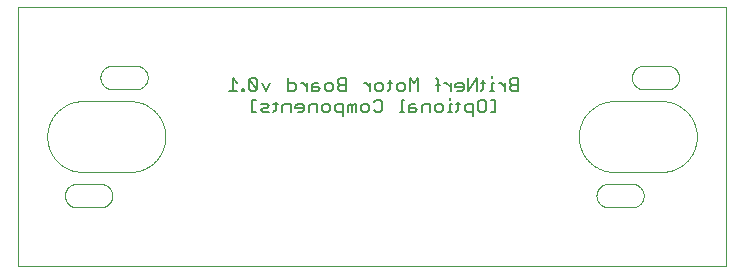
<source format=gbo>
G75*
%MOIN*%
%OFA0B0*%
%FSLAX25Y25*%
%IPPOS*%
%LPD*%
%AMOC8*
5,1,8,0,0,1.08239X$1,22.5*
%
%ADD10C,0.00000*%
%ADD11C,0.00600*%
D10*
X0003000Y0011696D02*
X0003000Y0098310D01*
X0239220Y0098310D01*
X0239220Y0011696D01*
X0003000Y0011696D01*
X0022685Y0031381D02*
X0030559Y0031381D01*
X0030683Y0031383D01*
X0030806Y0031389D01*
X0030930Y0031398D01*
X0031052Y0031412D01*
X0031175Y0031429D01*
X0031297Y0031451D01*
X0031418Y0031476D01*
X0031538Y0031505D01*
X0031657Y0031537D01*
X0031776Y0031574D01*
X0031893Y0031614D01*
X0032008Y0031657D01*
X0032123Y0031705D01*
X0032235Y0031756D01*
X0032346Y0031810D01*
X0032456Y0031868D01*
X0032563Y0031929D01*
X0032669Y0031994D01*
X0032772Y0032062D01*
X0032873Y0032133D01*
X0032972Y0032207D01*
X0033069Y0032284D01*
X0033163Y0032365D01*
X0033254Y0032448D01*
X0033343Y0032534D01*
X0033429Y0032623D01*
X0033512Y0032714D01*
X0033593Y0032808D01*
X0033670Y0032905D01*
X0033744Y0033004D01*
X0033815Y0033105D01*
X0033883Y0033208D01*
X0033948Y0033314D01*
X0034009Y0033421D01*
X0034067Y0033531D01*
X0034121Y0033642D01*
X0034172Y0033754D01*
X0034220Y0033869D01*
X0034263Y0033984D01*
X0034303Y0034101D01*
X0034340Y0034220D01*
X0034372Y0034339D01*
X0034401Y0034459D01*
X0034426Y0034580D01*
X0034448Y0034702D01*
X0034465Y0034825D01*
X0034479Y0034947D01*
X0034488Y0035071D01*
X0034494Y0035194D01*
X0034496Y0035318D01*
X0034494Y0035442D01*
X0034488Y0035565D01*
X0034479Y0035689D01*
X0034465Y0035811D01*
X0034448Y0035934D01*
X0034426Y0036056D01*
X0034401Y0036177D01*
X0034372Y0036297D01*
X0034340Y0036416D01*
X0034303Y0036535D01*
X0034263Y0036652D01*
X0034220Y0036767D01*
X0034172Y0036882D01*
X0034121Y0036994D01*
X0034067Y0037105D01*
X0034009Y0037215D01*
X0033948Y0037322D01*
X0033883Y0037428D01*
X0033815Y0037531D01*
X0033744Y0037632D01*
X0033670Y0037731D01*
X0033593Y0037828D01*
X0033512Y0037922D01*
X0033429Y0038013D01*
X0033343Y0038102D01*
X0033254Y0038188D01*
X0033163Y0038271D01*
X0033069Y0038352D01*
X0032972Y0038429D01*
X0032873Y0038503D01*
X0032772Y0038574D01*
X0032669Y0038642D01*
X0032563Y0038707D01*
X0032456Y0038768D01*
X0032346Y0038826D01*
X0032235Y0038880D01*
X0032123Y0038931D01*
X0032008Y0038979D01*
X0031893Y0039022D01*
X0031776Y0039062D01*
X0031657Y0039099D01*
X0031538Y0039131D01*
X0031418Y0039160D01*
X0031297Y0039185D01*
X0031175Y0039207D01*
X0031052Y0039224D01*
X0030930Y0039238D01*
X0030806Y0039247D01*
X0030683Y0039253D01*
X0030559Y0039255D01*
X0022685Y0039255D01*
X0022561Y0039253D01*
X0022438Y0039247D01*
X0022314Y0039238D01*
X0022192Y0039224D01*
X0022069Y0039207D01*
X0021947Y0039185D01*
X0021826Y0039160D01*
X0021706Y0039131D01*
X0021587Y0039099D01*
X0021468Y0039062D01*
X0021351Y0039022D01*
X0021236Y0038979D01*
X0021121Y0038931D01*
X0021009Y0038880D01*
X0020898Y0038826D01*
X0020788Y0038768D01*
X0020681Y0038707D01*
X0020575Y0038642D01*
X0020472Y0038574D01*
X0020371Y0038503D01*
X0020272Y0038429D01*
X0020175Y0038352D01*
X0020081Y0038271D01*
X0019990Y0038188D01*
X0019901Y0038102D01*
X0019815Y0038013D01*
X0019732Y0037922D01*
X0019651Y0037828D01*
X0019574Y0037731D01*
X0019500Y0037632D01*
X0019429Y0037531D01*
X0019361Y0037428D01*
X0019296Y0037322D01*
X0019235Y0037215D01*
X0019177Y0037105D01*
X0019123Y0036994D01*
X0019072Y0036882D01*
X0019024Y0036767D01*
X0018981Y0036652D01*
X0018941Y0036535D01*
X0018904Y0036416D01*
X0018872Y0036297D01*
X0018843Y0036177D01*
X0018818Y0036056D01*
X0018796Y0035934D01*
X0018779Y0035811D01*
X0018765Y0035689D01*
X0018756Y0035565D01*
X0018750Y0035442D01*
X0018748Y0035318D01*
X0018750Y0035194D01*
X0018756Y0035071D01*
X0018765Y0034947D01*
X0018779Y0034825D01*
X0018796Y0034702D01*
X0018818Y0034580D01*
X0018843Y0034459D01*
X0018872Y0034339D01*
X0018904Y0034220D01*
X0018941Y0034101D01*
X0018981Y0033984D01*
X0019024Y0033869D01*
X0019072Y0033754D01*
X0019123Y0033642D01*
X0019177Y0033531D01*
X0019235Y0033421D01*
X0019296Y0033314D01*
X0019361Y0033208D01*
X0019429Y0033105D01*
X0019500Y0033004D01*
X0019574Y0032905D01*
X0019651Y0032808D01*
X0019732Y0032714D01*
X0019815Y0032623D01*
X0019901Y0032534D01*
X0019990Y0032448D01*
X0020081Y0032365D01*
X0020175Y0032284D01*
X0020272Y0032207D01*
X0020371Y0032133D01*
X0020472Y0032062D01*
X0020575Y0031994D01*
X0020681Y0031929D01*
X0020788Y0031868D01*
X0020898Y0031810D01*
X0021009Y0031756D01*
X0021121Y0031705D01*
X0021236Y0031657D01*
X0021351Y0031614D01*
X0021468Y0031574D01*
X0021587Y0031537D01*
X0021706Y0031505D01*
X0021826Y0031476D01*
X0021947Y0031451D01*
X0022069Y0031429D01*
X0022192Y0031412D01*
X0022314Y0031398D01*
X0022438Y0031389D01*
X0022561Y0031383D01*
X0022685Y0031381D01*
X0024654Y0043192D02*
X0040402Y0043192D01*
X0040690Y0043196D01*
X0040977Y0043206D01*
X0041264Y0043224D01*
X0041551Y0043248D01*
X0041837Y0043279D01*
X0042122Y0043318D01*
X0042406Y0043363D01*
X0042689Y0043415D01*
X0042970Y0043475D01*
X0043250Y0043541D01*
X0043528Y0043613D01*
X0043805Y0043693D01*
X0044079Y0043779D01*
X0044351Y0043872D01*
X0044621Y0043971D01*
X0044889Y0044077D01*
X0045153Y0044190D01*
X0045415Y0044309D01*
X0045674Y0044434D01*
X0045930Y0044566D01*
X0046183Y0044703D01*
X0046432Y0044847D01*
X0046677Y0044997D01*
X0046919Y0045153D01*
X0047157Y0045314D01*
X0047391Y0045482D01*
X0047621Y0045655D01*
X0047846Y0045833D01*
X0048067Y0046017D01*
X0048284Y0046206D01*
X0048496Y0046401D01*
X0048703Y0046601D01*
X0048905Y0046805D01*
X0049102Y0047015D01*
X0049294Y0047229D01*
X0049480Y0047448D01*
X0049662Y0047671D01*
X0049838Y0047899D01*
X0050008Y0048131D01*
X0050172Y0048367D01*
X0050331Y0048606D01*
X0050484Y0048850D01*
X0050631Y0049098D01*
X0050771Y0049348D01*
X0050906Y0049603D01*
X0051034Y0049860D01*
X0051156Y0050120D01*
X0051272Y0050384D01*
X0051381Y0050650D01*
X0051484Y0050918D01*
X0051580Y0051189D01*
X0051670Y0051463D01*
X0051753Y0051738D01*
X0051829Y0052016D01*
X0051898Y0052295D01*
X0051961Y0052575D01*
X0052017Y0052858D01*
X0052065Y0053141D01*
X0052107Y0053426D01*
X0052142Y0053711D01*
X0052170Y0053997D01*
X0052191Y0054284D01*
X0052205Y0054572D01*
X0052212Y0054859D01*
X0052212Y0055147D01*
X0052205Y0055434D01*
X0052191Y0055722D01*
X0052170Y0056009D01*
X0052142Y0056295D01*
X0052107Y0056580D01*
X0052065Y0056865D01*
X0052017Y0057148D01*
X0051961Y0057431D01*
X0051898Y0057711D01*
X0051829Y0057990D01*
X0051753Y0058268D01*
X0051670Y0058543D01*
X0051580Y0058817D01*
X0051484Y0059088D01*
X0051381Y0059356D01*
X0051272Y0059622D01*
X0051156Y0059886D01*
X0051034Y0060146D01*
X0050906Y0060403D01*
X0050771Y0060658D01*
X0050631Y0060909D01*
X0050484Y0061156D01*
X0050331Y0061400D01*
X0050172Y0061639D01*
X0050008Y0061875D01*
X0049838Y0062107D01*
X0049662Y0062335D01*
X0049480Y0062558D01*
X0049294Y0062777D01*
X0049102Y0062991D01*
X0048905Y0063201D01*
X0048703Y0063405D01*
X0048496Y0063605D01*
X0048284Y0063800D01*
X0048067Y0063989D01*
X0047846Y0064173D01*
X0047621Y0064351D01*
X0047391Y0064524D01*
X0047157Y0064692D01*
X0046919Y0064853D01*
X0046677Y0065009D01*
X0046432Y0065159D01*
X0046183Y0065303D01*
X0045930Y0065440D01*
X0045674Y0065572D01*
X0045415Y0065697D01*
X0045153Y0065816D01*
X0044889Y0065929D01*
X0044621Y0066035D01*
X0044351Y0066134D01*
X0044079Y0066227D01*
X0043805Y0066313D01*
X0043528Y0066393D01*
X0043250Y0066465D01*
X0042970Y0066531D01*
X0042689Y0066591D01*
X0042406Y0066643D01*
X0042122Y0066688D01*
X0041837Y0066727D01*
X0041551Y0066758D01*
X0041264Y0066782D01*
X0040977Y0066800D01*
X0040690Y0066810D01*
X0040402Y0066814D01*
X0024654Y0066814D01*
X0034496Y0070751D02*
X0042370Y0070751D01*
X0042494Y0070753D01*
X0042617Y0070759D01*
X0042741Y0070768D01*
X0042863Y0070782D01*
X0042986Y0070799D01*
X0043108Y0070821D01*
X0043229Y0070846D01*
X0043349Y0070875D01*
X0043468Y0070907D01*
X0043587Y0070944D01*
X0043704Y0070984D01*
X0043819Y0071027D01*
X0043934Y0071075D01*
X0044046Y0071126D01*
X0044157Y0071180D01*
X0044267Y0071238D01*
X0044374Y0071299D01*
X0044480Y0071364D01*
X0044583Y0071432D01*
X0044684Y0071503D01*
X0044783Y0071577D01*
X0044880Y0071654D01*
X0044974Y0071735D01*
X0045065Y0071818D01*
X0045154Y0071904D01*
X0045240Y0071993D01*
X0045323Y0072084D01*
X0045404Y0072178D01*
X0045481Y0072275D01*
X0045555Y0072374D01*
X0045626Y0072475D01*
X0045694Y0072578D01*
X0045759Y0072684D01*
X0045820Y0072791D01*
X0045878Y0072901D01*
X0045932Y0073012D01*
X0045983Y0073124D01*
X0046031Y0073239D01*
X0046074Y0073354D01*
X0046114Y0073471D01*
X0046151Y0073590D01*
X0046183Y0073709D01*
X0046212Y0073829D01*
X0046237Y0073950D01*
X0046259Y0074072D01*
X0046276Y0074195D01*
X0046290Y0074317D01*
X0046299Y0074441D01*
X0046305Y0074564D01*
X0046307Y0074688D01*
X0046305Y0074812D01*
X0046299Y0074935D01*
X0046290Y0075059D01*
X0046276Y0075181D01*
X0046259Y0075304D01*
X0046237Y0075426D01*
X0046212Y0075547D01*
X0046183Y0075667D01*
X0046151Y0075786D01*
X0046114Y0075905D01*
X0046074Y0076022D01*
X0046031Y0076137D01*
X0045983Y0076252D01*
X0045932Y0076364D01*
X0045878Y0076475D01*
X0045820Y0076585D01*
X0045759Y0076692D01*
X0045694Y0076798D01*
X0045626Y0076901D01*
X0045555Y0077002D01*
X0045481Y0077101D01*
X0045404Y0077198D01*
X0045323Y0077292D01*
X0045240Y0077383D01*
X0045154Y0077472D01*
X0045065Y0077558D01*
X0044974Y0077641D01*
X0044880Y0077722D01*
X0044783Y0077799D01*
X0044684Y0077873D01*
X0044583Y0077944D01*
X0044480Y0078012D01*
X0044374Y0078077D01*
X0044267Y0078138D01*
X0044157Y0078196D01*
X0044046Y0078250D01*
X0043934Y0078301D01*
X0043819Y0078349D01*
X0043704Y0078392D01*
X0043587Y0078432D01*
X0043468Y0078469D01*
X0043349Y0078501D01*
X0043229Y0078530D01*
X0043108Y0078555D01*
X0042986Y0078577D01*
X0042863Y0078594D01*
X0042741Y0078608D01*
X0042617Y0078617D01*
X0042494Y0078623D01*
X0042370Y0078625D01*
X0034496Y0078625D01*
X0034372Y0078623D01*
X0034249Y0078617D01*
X0034125Y0078608D01*
X0034003Y0078594D01*
X0033880Y0078577D01*
X0033758Y0078555D01*
X0033637Y0078530D01*
X0033517Y0078501D01*
X0033398Y0078469D01*
X0033279Y0078432D01*
X0033162Y0078392D01*
X0033047Y0078349D01*
X0032932Y0078301D01*
X0032820Y0078250D01*
X0032709Y0078196D01*
X0032599Y0078138D01*
X0032492Y0078077D01*
X0032386Y0078012D01*
X0032283Y0077944D01*
X0032182Y0077873D01*
X0032083Y0077799D01*
X0031986Y0077722D01*
X0031892Y0077641D01*
X0031801Y0077558D01*
X0031712Y0077472D01*
X0031626Y0077383D01*
X0031543Y0077292D01*
X0031462Y0077198D01*
X0031385Y0077101D01*
X0031311Y0077002D01*
X0031240Y0076901D01*
X0031172Y0076798D01*
X0031107Y0076692D01*
X0031046Y0076585D01*
X0030988Y0076475D01*
X0030934Y0076364D01*
X0030883Y0076252D01*
X0030835Y0076137D01*
X0030792Y0076022D01*
X0030752Y0075905D01*
X0030715Y0075786D01*
X0030683Y0075667D01*
X0030654Y0075547D01*
X0030629Y0075426D01*
X0030607Y0075304D01*
X0030590Y0075181D01*
X0030576Y0075059D01*
X0030567Y0074935D01*
X0030561Y0074812D01*
X0030559Y0074688D01*
X0030561Y0074564D01*
X0030567Y0074441D01*
X0030576Y0074317D01*
X0030590Y0074195D01*
X0030607Y0074072D01*
X0030629Y0073950D01*
X0030654Y0073829D01*
X0030683Y0073709D01*
X0030715Y0073590D01*
X0030752Y0073471D01*
X0030792Y0073354D01*
X0030835Y0073239D01*
X0030883Y0073124D01*
X0030934Y0073012D01*
X0030988Y0072901D01*
X0031046Y0072791D01*
X0031107Y0072684D01*
X0031172Y0072578D01*
X0031240Y0072475D01*
X0031311Y0072374D01*
X0031385Y0072275D01*
X0031462Y0072178D01*
X0031543Y0072084D01*
X0031626Y0071993D01*
X0031712Y0071904D01*
X0031801Y0071818D01*
X0031892Y0071735D01*
X0031986Y0071654D01*
X0032083Y0071577D01*
X0032182Y0071503D01*
X0032283Y0071432D01*
X0032386Y0071364D01*
X0032492Y0071299D01*
X0032599Y0071238D01*
X0032709Y0071180D01*
X0032820Y0071126D01*
X0032932Y0071075D01*
X0033047Y0071027D01*
X0033162Y0070984D01*
X0033279Y0070944D01*
X0033398Y0070907D01*
X0033517Y0070875D01*
X0033637Y0070846D01*
X0033758Y0070821D01*
X0033880Y0070799D01*
X0034003Y0070782D01*
X0034125Y0070768D01*
X0034249Y0070759D01*
X0034372Y0070753D01*
X0034496Y0070751D01*
X0024654Y0066814D02*
X0024366Y0066810D01*
X0024079Y0066800D01*
X0023792Y0066782D01*
X0023505Y0066758D01*
X0023219Y0066727D01*
X0022934Y0066688D01*
X0022650Y0066643D01*
X0022367Y0066591D01*
X0022086Y0066531D01*
X0021806Y0066465D01*
X0021528Y0066393D01*
X0021251Y0066313D01*
X0020977Y0066227D01*
X0020705Y0066134D01*
X0020435Y0066035D01*
X0020167Y0065929D01*
X0019903Y0065816D01*
X0019641Y0065697D01*
X0019382Y0065572D01*
X0019126Y0065440D01*
X0018873Y0065303D01*
X0018624Y0065159D01*
X0018379Y0065009D01*
X0018137Y0064853D01*
X0017899Y0064692D01*
X0017665Y0064524D01*
X0017435Y0064351D01*
X0017210Y0064173D01*
X0016989Y0063989D01*
X0016772Y0063800D01*
X0016560Y0063605D01*
X0016353Y0063405D01*
X0016151Y0063201D01*
X0015954Y0062991D01*
X0015762Y0062777D01*
X0015576Y0062558D01*
X0015394Y0062335D01*
X0015218Y0062107D01*
X0015048Y0061875D01*
X0014884Y0061639D01*
X0014725Y0061400D01*
X0014572Y0061156D01*
X0014425Y0060908D01*
X0014285Y0060658D01*
X0014150Y0060403D01*
X0014022Y0060146D01*
X0013900Y0059886D01*
X0013784Y0059622D01*
X0013675Y0059356D01*
X0013572Y0059088D01*
X0013476Y0058817D01*
X0013386Y0058543D01*
X0013303Y0058268D01*
X0013227Y0057990D01*
X0013158Y0057711D01*
X0013095Y0057431D01*
X0013039Y0057148D01*
X0012991Y0056865D01*
X0012949Y0056580D01*
X0012914Y0056295D01*
X0012886Y0056009D01*
X0012865Y0055722D01*
X0012851Y0055434D01*
X0012844Y0055147D01*
X0012844Y0054859D01*
X0012851Y0054572D01*
X0012865Y0054284D01*
X0012886Y0053997D01*
X0012914Y0053711D01*
X0012949Y0053426D01*
X0012991Y0053141D01*
X0013039Y0052858D01*
X0013095Y0052575D01*
X0013158Y0052295D01*
X0013227Y0052016D01*
X0013303Y0051738D01*
X0013386Y0051463D01*
X0013476Y0051189D01*
X0013572Y0050918D01*
X0013675Y0050650D01*
X0013784Y0050384D01*
X0013900Y0050120D01*
X0014022Y0049860D01*
X0014150Y0049603D01*
X0014285Y0049348D01*
X0014425Y0049097D01*
X0014572Y0048850D01*
X0014725Y0048606D01*
X0014884Y0048367D01*
X0015048Y0048131D01*
X0015218Y0047899D01*
X0015394Y0047671D01*
X0015576Y0047448D01*
X0015762Y0047229D01*
X0015954Y0047015D01*
X0016151Y0046805D01*
X0016353Y0046601D01*
X0016560Y0046401D01*
X0016772Y0046206D01*
X0016989Y0046017D01*
X0017210Y0045833D01*
X0017435Y0045655D01*
X0017665Y0045482D01*
X0017899Y0045314D01*
X0018137Y0045153D01*
X0018379Y0044997D01*
X0018624Y0044847D01*
X0018873Y0044703D01*
X0019126Y0044566D01*
X0019382Y0044434D01*
X0019641Y0044309D01*
X0019903Y0044190D01*
X0020167Y0044077D01*
X0020435Y0043971D01*
X0020705Y0043872D01*
X0020977Y0043779D01*
X0021251Y0043693D01*
X0021528Y0043613D01*
X0021806Y0043541D01*
X0022086Y0043475D01*
X0022367Y0043415D01*
X0022650Y0043363D01*
X0022934Y0043318D01*
X0023219Y0043279D01*
X0023505Y0043248D01*
X0023792Y0043224D01*
X0024079Y0043206D01*
X0024366Y0043196D01*
X0024654Y0043192D01*
X0199850Y0039255D02*
X0207724Y0039255D01*
X0207848Y0039253D01*
X0207971Y0039247D01*
X0208095Y0039238D01*
X0208217Y0039224D01*
X0208340Y0039207D01*
X0208462Y0039185D01*
X0208583Y0039160D01*
X0208703Y0039131D01*
X0208822Y0039099D01*
X0208941Y0039062D01*
X0209058Y0039022D01*
X0209173Y0038979D01*
X0209288Y0038931D01*
X0209400Y0038880D01*
X0209511Y0038826D01*
X0209621Y0038768D01*
X0209728Y0038707D01*
X0209834Y0038642D01*
X0209937Y0038574D01*
X0210038Y0038503D01*
X0210137Y0038429D01*
X0210234Y0038352D01*
X0210328Y0038271D01*
X0210419Y0038188D01*
X0210508Y0038102D01*
X0210594Y0038013D01*
X0210677Y0037922D01*
X0210758Y0037828D01*
X0210835Y0037731D01*
X0210909Y0037632D01*
X0210980Y0037531D01*
X0211048Y0037428D01*
X0211113Y0037322D01*
X0211174Y0037215D01*
X0211232Y0037105D01*
X0211286Y0036994D01*
X0211337Y0036882D01*
X0211385Y0036767D01*
X0211428Y0036652D01*
X0211468Y0036535D01*
X0211505Y0036416D01*
X0211537Y0036297D01*
X0211566Y0036177D01*
X0211591Y0036056D01*
X0211613Y0035934D01*
X0211630Y0035811D01*
X0211644Y0035689D01*
X0211653Y0035565D01*
X0211659Y0035442D01*
X0211661Y0035318D01*
X0211659Y0035194D01*
X0211653Y0035071D01*
X0211644Y0034947D01*
X0211630Y0034825D01*
X0211613Y0034702D01*
X0211591Y0034580D01*
X0211566Y0034459D01*
X0211537Y0034339D01*
X0211505Y0034220D01*
X0211468Y0034101D01*
X0211428Y0033984D01*
X0211385Y0033869D01*
X0211337Y0033754D01*
X0211286Y0033642D01*
X0211232Y0033531D01*
X0211174Y0033421D01*
X0211113Y0033314D01*
X0211048Y0033208D01*
X0210980Y0033105D01*
X0210909Y0033004D01*
X0210835Y0032905D01*
X0210758Y0032808D01*
X0210677Y0032714D01*
X0210594Y0032623D01*
X0210508Y0032534D01*
X0210419Y0032448D01*
X0210328Y0032365D01*
X0210234Y0032284D01*
X0210137Y0032207D01*
X0210038Y0032133D01*
X0209937Y0032062D01*
X0209834Y0031994D01*
X0209728Y0031929D01*
X0209621Y0031868D01*
X0209511Y0031810D01*
X0209400Y0031756D01*
X0209288Y0031705D01*
X0209173Y0031657D01*
X0209058Y0031614D01*
X0208941Y0031574D01*
X0208822Y0031537D01*
X0208703Y0031505D01*
X0208583Y0031476D01*
X0208462Y0031451D01*
X0208340Y0031429D01*
X0208217Y0031412D01*
X0208095Y0031398D01*
X0207971Y0031389D01*
X0207848Y0031383D01*
X0207724Y0031381D01*
X0199850Y0031381D01*
X0199726Y0031383D01*
X0199603Y0031389D01*
X0199479Y0031398D01*
X0199357Y0031412D01*
X0199234Y0031429D01*
X0199112Y0031451D01*
X0198991Y0031476D01*
X0198871Y0031505D01*
X0198752Y0031537D01*
X0198633Y0031574D01*
X0198516Y0031614D01*
X0198401Y0031657D01*
X0198286Y0031705D01*
X0198174Y0031756D01*
X0198063Y0031810D01*
X0197953Y0031868D01*
X0197846Y0031929D01*
X0197740Y0031994D01*
X0197637Y0032062D01*
X0197536Y0032133D01*
X0197437Y0032207D01*
X0197340Y0032284D01*
X0197246Y0032365D01*
X0197155Y0032448D01*
X0197066Y0032534D01*
X0196980Y0032623D01*
X0196897Y0032714D01*
X0196816Y0032808D01*
X0196739Y0032905D01*
X0196665Y0033004D01*
X0196594Y0033105D01*
X0196526Y0033208D01*
X0196461Y0033314D01*
X0196400Y0033421D01*
X0196342Y0033531D01*
X0196288Y0033642D01*
X0196237Y0033754D01*
X0196189Y0033869D01*
X0196146Y0033984D01*
X0196106Y0034101D01*
X0196069Y0034220D01*
X0196037Y0034339D01*
X0196008Y0034459D01*
X0195983Y0034580D01*
X0195961Y0034702D01*
X0195944Y0034825D01*
X0195930Y0034947D01*
X0195921Y0035071D01*
X0195915Y0035194D01*
X0195913Y0035318D01*
X0195915Y0035442D01*
X0195921Y0035565D01*
X0195930Y0035689D01*
X0195944Y0035811D01*
X0195961Y0035934D01*
X0195983Y0036056D01*
X0196008Y0036177D01*
X0196037Y0036297D01*
X0196069Y0036416D01*
X0196106Y0036535D01*
X0196146Y0036652D01*
X0196189Y0036767D01*
X0196237Y0036882D01*
X0196288Y0036994D01*
X0196342Y0037105D01*
X0196400Y0037215D01*
X0196461Y0037322D01*
X0196526Y0037428D01*
X0196594Y0037531D01*
X0196665Y0037632D01*
X0196739Y0037731D01*
X0196816Y0037828D01*
X0196897Y0037922D01*
X0196980Y0038013D01*
X0197066Y0038102D01*
X0197155Y0038188D01*
X0197246Y0038271D01*
X0197340Y0038352D01*
X0197437Y0038429D01*
X0197536Y0038503D01*
X0197637Y0038574D01*
X0197740Y0038642D01*
X0197846Y0038707D01*
X0197953Y0038768D01*
X0198063Y0038826D01*
X0198174Y0038880D01*
X0198286Y0038931D01*
X0198401Y0038979D01*
X0198516Y0039022D01*
X0198633Y0039062D01*
X0198752Y0039099D01*
X0198871Y0039131D01*
X0198991Y0039160D01*
X0199112Y0039185D01*
X0199234Y0039207D01*
X0199357Y0039224D01*
X0199479Y0039238D01*
X0199603Y0039247D01*
X0199726Y0039253D01*
X0199850Y0039255D01*
X0201819Y0043192D02*
X0217567Y0043192D01*
X0217855Y0043196D01*
X0218142Y0043206D01*
X0218429Y0043224D01*
X0218716Y0043248D01*
X0219002Y0043279D01*
X0219287Y0043318D01*
X0219571Y0043363D01*
X0219854Y0043415D01*
X0220135Y0043475D01*
X0220415Y0043541D01*
X0220693Y0043613D01*
X0220970Y0043693D01*
X0221244Y0043779D01*
X0221516Y0043872D01*
X0221786Y0043971D01*
X0222054Y0044077D01*
X0222318Y0044190D01*
X0222580Y0044309D01*
X0222839Y0044434D01*
X0223095Y0044566D01*
X0223348Y0044703D01*
X0223597Y0044847D01*
X0223842Y0044997D01*
X0224084Y0045153D01*
X0224322Y0045314D01*
X0224556Y0045482D01*
X0224786Y0045655D01*
X0225011Y0045833D01*
X0225232Y0046017D01*
X0225449Y0046206D01*
X0225661Y0046401D01*
X0225868Y0046601D01*
X0226070Y0046805D01*
X0226267Y0047015D01*
X0226459Y0047229D01*
X0226645Y0047448D01*
X0226827Y0047671D01*
X0227003Y0047899D01*
X0227173Y0048131D01*
X0227337Y0048367D01*
X0227496Y0048606D01*
X0227649Y0048850D01*
X0227796Y0049098D01*
X0227936Y0049348D01*
X0228071Y0049603D01*
X0228199Y0049860D01*
X0228321Y0050120D01*
X0228437Y0050384D01*
X0228546Y0050650D01*
X0228649Y0050918D01*
X0228745Y0051189D01*
X0228835Y0051463D01*
X0228918Y0051738D01*
X0228994Y0052016D01*
X0229063Y0052295D01*
X0229126Y0052575D01*
X0229182Y0052858D01*
X0229230Y0053141D01*
X0229272Y0053426D01*
X0229307Y0053711D01*
X0229335Y0053997D01*
X0229356Y0054284D01*
X0229370Y0054572D01*
X0229377Y0054859D01*
X0229377Y0055147D01*
X0229370Y0055434D01*
X0229356Y0055722D01*
X0229335Y0056009D01*
X0229307Y0056295D01*
X0229272Y0056580D01*
X0229230Y0056865D01*
X0229182Y0057148D01*
X0229126Y0057431D01*
X0229063Y0057711D01*
X0228994Y0057990D01*
X0228918Y0058268D01*
X0228835Y0058543D01*
X0228745Y0058817D01*
X0228649Y0059088D01*
X0228546Y0059356D01*
X0228437Y0059622D01*
X0228321Y0059886D01*
X0228199Y0060146D01*
X0228071Y0060403D01*
X0227936Y0060658D01*
X0227796Y0060909D01*
X0227649Y0061156D01*
X0227496Y0061400D01*
X0227337Y0061639D01*
X0227173Y0061875D01*
X0227003Y0062107D01*
X0226827Y0062335D01*
X0226645Y0062558D01*
X0226459Y0062777D01*
X0226267Y0062991D01*
X0226070Y0063201D01*
X0225868Y0063405D01*
X0225661Y0063605D01*
X0225449Y0063800D01*
X0225232Y0063989D01*
X0225011Y0064173D01*
X0224786Y0064351D01*
X0224556Y0064524D01*
X0224322Y0064692D01*
X0224084Y0064853D01*
X0223842Y0065009D01*
X0223597Y0065159D01*
X0223348Y0065303D01*
X0223095Y0065440D01*
X0222839Y0065572D01*
X0222580Y0065697D01*
X0222318Y0065816D01*
X0222054Y0065929D01*
X0221786Y0066035D01*
X0221516Y0066134D01*
X0221244Y0066227D01*
X0220970Y0066313D01*
X0220693Y0066393D01*
X0220415Y0066465D01*
X0220135Y0066531D01*
X0219854Y0066591D01*
X0219571Y0066643D01*
X0219287Y0066688D01*
X0219002Y0066727D01*
X0218716Y0066758D01*
X0218429Y0066782D01*
X0218142Y0066800D01*
X0217855Y0066810D01*
X0217567Y0066814D01*
X0201819Y0066814D01*
X0211661Y0070751D02*
X0219535Y0070751D01*
X0219659Y0070753D01*
X0219782Y0070759D01*
X0219906Y0070768D01*
X0220028Y0070782D01*
X0220151Y0070799D01*
X0220273Y0070821D01*
X0220394Y0070846D01*
X0220514Y0070875D01*
X0220633Y0070907D01*
X0220752Y0070944D01*
X0220869Y0070984D01*
X0220984Y0071027D01*
X0221099Y0071075D01*
X0221211Y0071126D01*
X0221322Y0071180D01*
X0221432Y0071238D01*
X0221539Y0071299D01*
X0221645Y0071364D01*
X0221748Y0071432D01*
X0221849Y0071503D01*
X0221948Y0071577D01*
X0222045Y0071654D01*
X0222139Y0071735D01*
X0222230Y0071818D01*
X0222319Y0071904D01*
X0222405Y0071993D01*
X0222488Y0072084D01*
X0222569Y0072178D01*
X0222646Y0072275D01*
X0222720Y0072374D01*
X0222791Y0072475D01*
X0222859Y0072578D01*
X0222924Y0072684D01*
X0222985Y0072791D01*
X0223043Y0072901D01*
X0223097Y0073012D01*
X0223148Y0073124D01*
X0223196Y0073239D01*
X0223239Y0073354D01*
X0223279Y0073471D01*
X0223316Y0073590D01*
X0223348Y0073709D01*
X0223377Y0073829D01*
X0223402Y0073950D01*
X0223424Y0074072D01*
X0223441Y0074195D01*
X0223455Y0074317D01*
X0223464Y0074441D01*
X0223470Y0074564D01*
X0223472Y0074688D01*
X0223470Y0074812D01*
X0223464Y0074935D01*
X0223455Y0075059D01*
X0223441Y0075181D01*
X0223424Y0075304D01*
X0223402Y0075426D01*
X0223377Y0075547D01*
X0223348Y0075667D01*
X0223316Y0075786D01*
X0223279Y0075905D01*
X0223239Y0076022D01*
X0223196Y0076137D01*
X0223148Y0076252D01*
X0223097Y0076364D01*
X0223043Y0076475D01*
X0222985Y0076585D01*
X0222924Y0076692D01*
X0222859Y0076798D01*
X0222791Y0076901D01*
X0222720Y0077002D01*
X0222646Y0077101D01*
X0222569Y0077198D01*
X0222488Y0077292D01*
X0222405Y0077383D01*
X0222319Y0077472D01*
X0222230Y0077558D01*
X0222139Y0077641D01*
X0222045Y0077722D01*
X0221948Y0077799D01*
X0221849Y0077873D01*
X0221748Y0077944D01*
X0221645Y0078012D01*
X0221539Y0078077D01*
X0221432Y0078138D01*
X0221322Y0078196D01*
X0221211Y0078250D01*
X0221099Y0078301D01*
X0220984Y0078349D01*
X0220869Y0078392D01*
X0220752Y0078432D01*
X0220633Y0078469D01*
X0220514Y0078501D01*
X0220394Y0078530D01*
X0220273Y0078555D01*
X0220151Y0078577D01*
X0220028Y0078594D01*
X0219906Y0078608D01*
X0219782Y0078617D01*
X0219659Y0078623D01*
X0219535Y0078625D01*
X0211661Y0078625D01*
X0211537Y0078623D01*
X0211414Y0078617D01*
X0211290Y0078608D01*
X0211168Y0078594D01*
X0211045Y0078577D01*
X0210923Y0078555D01*
X0210802Y0078530D01*
X0210682Y0078501D01*
X0210563Y0078469D01*
X0210444Y0078432D01*
X0210327Y0078392D01*
X0210212Y0078349D01*
X0210097Y0078301D01*
X0209985Y0078250D01*
X0209874Y0078196D01*
X0209764Y0078138D01*
X0209657Y0078077D01*
X0209551Y0078012D01*
X0209448Y0077944D01*
X0209347Y0077873D01*
X0209248Y0077799D01*
X0209151Y0077722D01*
X0209057Y0077641D01*
X0208966Y0077558D01*
X0208877Y0077472D01*
X0208791Y0077383D01*
X0208708Y0077292D01*
X0208627Y0077198D01*
X0208550Y0077101D01*
X0208476Y0077002D01*
X0208405Y0076901D01*
X0208337Y0076798D01*
X0208272Y0076692D01*
X0208211Y0076585D01*
X0208153Y0076475D01*
X0208099Y0076364D01*
X0208048Y0076252D01*
X0208000Y0076137D01*
X0207957Y0076022D01*
X0207917Y0075905D01*
X0207880Y0075786D01*
X0207848Y0075667D01*
X0207819Y0075547D01*
X0207794Y0075426D01*
X0207772Y0075304D01*
X0207755Y0075181D01*
X0207741Y0075059D01*
X0207732Y0074935D01*
X0207726Y0074812D01*
X0207724Y0074688D01*
X0207726Y0074564D01*
X0207732Y0074441D01*
X0207741Y0074317D01*
X0207755Y0074195D01*
X0207772Y0074072D01*
X0207794Y0073950D01*
X0207819Y0073829D01*
X0207848Y0073709D01*
X0207880Y0073590D01*
X0207917Y0073471D01*
X0207957Y0073354D01*
X0208000Y0073239D01*
X0208048Y0073124D01*
X0208099Y0073012D01*
X0208153Y0072901D01*
X0208211Y0072791D01*
X0208272Y0072684D01*
X0208337Y0072578D01*
X0208405Y0072475D01*
X0208476Y0072374D01*
X0208550Y0072275D01*
X0208627Y0072178D01*
X0208708Y0072084D01*
X0208791Y0071993D01*
X0208877Y0071904D01*
X0208966Y0071818D01*
X0209057Y0071735D01*
X0209151Y0071654D01*
X0209248Y0071577D01*
X0209347Y0071503D01*
X0209448Y0071432D01*
X0209551Y0071364D01*
X0209657Y0071299D01*
X0209764Y0071238D01*
X0209874Y0071180D01*
X0209985Y0071126D01*
X0210097Y0071075D01*
X0210212Y0071027D01*
X0210327Y0070984D01*
X0210444Y0070944D01*
X0210563Y0070907D01*
X0210682Y0070875D01*
X0210802Y0070846D01*
X0210923Y0070821D01*
X0211045Y0070799D01*
X0211168Y0070782D01*
X0211290Y0070768D01*
X0211414Y0070759D01*
X0211537Y0070753D01*
X0211661Y0070751D01*
X0201819Y0066814D02*
X0201531Y0066810D01*
X0201244Y0066800D01*
X0200957Y0066782D01*
X0200670Y0066758D01*
X0200384Y0066727D01*
X0200099Y0066688D01*
X0199815Y0066643D01*
X0199532Y0066591D01*
X0199251Y0066531D01*
X0198971Y0066465D01*
X0198693Y0066393D01*
X0198416Y0066313D01*
X0198142Y0066227D01*
X0197870Y0066134D01*
X0197600Y0066035D01*
X0197332Y0065929D01*
X0197068Y0065816D01*
X0196806Y0065697D01*
X0196547Y0065572D01*
X0196291Y0065440D01*
X0196038Y0065303D01*
X0195789Y0065159D01*
X0195544Y0065009D01*
X0195302Y0064853D01*
X0195064Y0064692D01*
X0194830Y0064524D01*
X0194600Y0064351D01*
X0194375Y0064173D01*
X0194154Y0063989D01*
X0193937Y0063800D01*
X0193725Y0063605D01*
X0193518Y0063405D01*
X0193316Y0063201D01*
X0193119Y0062991D01*
X0192927Y0062777D01*
X0192741Y0062558D01*
X0192559Y0062335D01*
X0192383Y0062107D01*
X0192213Y0061875D01*
X0192049Y0061639D01*
X0191890Y0061400D01*
X0191737Y0061156D01*
X0191590Y0060908D01*
X0191450Y0060658D01*
X0191315Y0060403D01*
X0191187Y0060146D01*
X0191065Y0059886D01*
X0190949Y0059622D01*
X0190840Y0059356D01*
X0190737Y0059088D01*
X0190641Y0058817D01*
X0190551Y0058543D01*
X0190468Y0058268D01*
X0190392Y0057990D01*
X0190323Y0057711D01*
X0190260Y0057431D01*
X0190204Y0057148D01*
X0190156Y0056865D01*
X0190114Y0056580D01*
X0190079Y0056295D01*
X0190051Y0056009D01*
X0190030Y0055722D01*
X0190016Y0055434D01*
X0190009Y0055147D01*
X0190009Y0054859D01*
X0190016Y0054572D01*
X0190030Y0054284D01*
X0190051Y0053997D01*
X0190079Y0053711D01*
X0190114Y0053426D01*
X0190156Y0053141D01*
X0190204Y0052858D01*
X0190260Y0052575D01*
X0190323Y0052295D01*
X0190392Y0052016D01*
X0190468Y0051738D01*
X0190551Y0051463D01*
X0190641Y0051189D01*
X0190737Y0050918D01*
X0190840Y0050650D01*
X0190949Y0050384D01*
X0191065Y0050120D01*
X0191187Y0049860D01*
X0191315Y0049603D01*
X0191450Y0049348D01*
X0191590Y0049097D01*
X0191737Y0048850D01*
X0191890Y0048606D01*
X0192049Y0048367D01*
X0192213Y0048131D01*
X0192383Y0047899D01*
X0192559Y0047671D01*
X0192741Y0047448D01*
X0192927Y0047229D01*
X0193119Y0047015D01*
X0193316Y0046805D01*
X0193518Y0046601D01*
X0193725Y0046401D01*
X0193937Y0046206D01*
X0194154Y0046017D01*
X0194375Y0045833D01*
X0194600Y0045655D01*
X0194830Y0045482D01*
X0195064Y0045314D01*
X0195302Y0045153D01*
X0195544Y0044997D01*
X0195789Y0044847D01*
X0196038Y0044703D01*
X0196291Y0044566D01*
X0196547Y0044434D01*
X0196806Y0044309D01*
X0197068Y0044190D01*
X0197332Y0044077D01*
X0197600Y0043971D01*
X0197870Y0043872D01*
X0198142Y0043779D01*
X0198416Y0043693D01*
X0198693Y0043613D01*
X0198971Y0043541D01*
X0199251Y0043475D01*
X0199532Y0043415D01*
X0199815Y0043363D01*
X0200099Y0043318D01*
X0200384Y0043279D01*
X0200670Y0043248D01*
X0200957Y0043224D01*
X0201244Y0043206D01*
X0201531Y0043196D01*
X0201819Y0043192D01*
D11*
X0154887Y0061801D02*
X0154887Y0065929D01*
X0152823Y0065929D01*
X0152135Y0065241D01*
X0152135Y0063865D01*
X0152823Y0063177D01*
X0154887Y0063177D01*
X0156485Y0063865D02*
X0156485Y0066617D01*
X0157173Y0067305D01*
X0158549Y0067305D01*
X0159237Y0066617D01*
X0159237Y0063865D01*
X0158549Y0063177D01*
X0157173Y0063177D01*
X0156485Y0063865D01*
X0160761Y0063177D02*
X0162137Y0063177D01*
X0162137Y0067305D01*
X0160761Y0067305D01*
X0161086Y0070263D02*
X0161086Y0073015D01*
X0161774Y0073015D01*
X0161086Y0074391D02*
X0161086Y0075079D01*
X0158874Y0073015D02*
X0157498Y0073015D01*
X0158186Y0073703D02*
X0158186Y0070951D01*
X0157498Y0070263D01*
X0155974Y0070263D02*
X0155974Y0074391D01*
X0153222Y0070263D01*
X0153222Y0074391D01*
X0151624Y0072327D02*
X0150936Y0073015D01*
X0149560Y0073015D01*
X0148872Y0072327D01*
X0148872Y0071639D01*
X0151624Y0071639D01*
X0151624Y0070951D02*
X0151624Y0072327D01*
X0151624Y0070951D02*
X0150936Y0070263D01*
X0149560Y0070263D01*
X0147274Y0070263D02*
X0147274Y0073015D01*
X0147274Y0071639D02*
X0145898Y0073015D01*
X0145210Y0073015D01*
X0143649Y0072327D02*
X0142273Y0072327D01*
X0142961Y0073703D02*
X0142273Y0074391D01*
X0142961Y0073703D02*
X0142961Y0070263D01*
X0146948Y0067993D02*
X0146948Y0067305D01*
X0146948Y0065929D02*
X0146948Y0063177D01*
X0147636Y0063177D02*
X0146260Y0063177D01*
X0144736Y0063865D02*
X0144048Y0063177D01*
X0142672Y0063177D01*
X0141984Y0063865D01*
X0141984Y0065241D01*
X0142672Y0065929D01*
X0144048Y0065929D01*
X0144736Y0065241D01*
X0144736Y0063865D01*
X0149160Y0063177D02*
X0149848Y0063865D01*
X0149848Y0066617D01*
X0150536Y0065929D02*
X0149160Y0065929D01*
X0147636Y0065929D02*
X0146948Y0065929D01*
X0140386Y0065929D02*
X0140386Y0063177D01*
X0137634Y0063177D02*
X0137634Y0065241D01*
X0138322Y0065929D01*
X0140386Y0065929D01*
X0136036Y0063865D02*
X0135348Y0064553D01*
X0133284Y0064553D01*
X0133284Y0065241D02*
X0133284Y0063177D01*
X0135348Y0063177D01*
X0136036Y0063865D01*
X0133972Y0065929D02*
X0133284Y0065241D01*
X0133972Y0065929D02*
X0135348Y0065929D01*
X0131686Y0067305D02*
X0130998Y0067305D01*
X0130998Y0063177D01*
X0131686Y0063177D02*
X0130310Y0063177D01*
X0124435Y0063865D02*
X0124435Y0066617D01*
X0123747Y0067305D01*
X0122371Y0067305D01*
X0121683Y0066617D01*
X0120085Y0065241D02*
X0120085Y0063865D01*
X0119397Y0063177D01*
X0118021Y0063177D01*
X0117333Y0063865D01*
X0117333Y0065241D01*
X0118021Y0065929D01*
X0119397Y0065929D01*
X0120085Y0065241D01*
X0115735Y0065929D02*
X0115047Y0065929D01*
X0114359Y0065241D01*
X0113671Y0065929D01*
X0112983Y0065241D01*
X0112983Y0063177D01*
X0114359Y0063177D02*
X0114359Y0065241D01*
X0115735Y0065929D02*
X0115735Y0063177D01*
X0111385Y0063177D02*
X0109321Y0063177D01*
X0108633Y0063865D01*
X0108633Y0065241D01*
X0109321Y0065929D01*
X0111385Y0065929D01*
X0111385Y0061801D01*
X0107035Y0063865D02*
X0106347Y0063177D01*
X0104971Y0063177D01*
X0104283Y0063865D01*
X0104283Y0065241D01*
X0104971Y0065929D01*
X0106347Y0065929D01*
X0107035Y0065241D01*
X0107035Y0063865D01*
X0102685Y0063177D02*
X0102685Y0065929D01*
X0100621Y0065929D01*
X0099933Y0065241D01*
X0099933Y0063177D01*
X0098334Y0063865D02*
X0098334Y0065241D01*
X0097646Y0065929D01*
X0096270Y0065929D01*
X0095582Y0065241D01*
X0095582Y0064553D01*
X0098334Y0064553D01*
X0098334Y0063865D02*
X0097646Y0063177D01*
X0096270Y0063177D01*
X0093984Y0063177D02*
X0093984Y0065929D01*
X0091920Y0065929D01*
X0091232Y0065241D01*
X0091232Y0063177D01*
X0088946Y0063865D02*
X0088258Y0063177D01*
X0088946Y0063865D02*
X0088946Y0066617D01*
X0089634Y0065929D02*
X0088258Y0065929D01*
X0086734Y0065241D02*
X0086046Y0065929D01*
X0083982Y0065929D01*
X0082384Y0067305D02*
X0081008Y0067305D01*
X0081008Y0063177D01*
X0082384Y0063177D01*
X0083982Y0063865D02*
X0084670Y0064553D01*
X0086046Y0064553D01*
X0086734Y0065241D01*
X0086734Y0063177D02*
X0084670Y0063177D01*
X0083982Y0063865D01*
X0085720Y0070263D02*
X0084345Y0073015D01*
X0082746Y0073703D02*
X0082058Y0074391D01*
X0080682Y0074391D01*
X0079994Y0073703D01*
X0082746Y0070951D01*
X0082058Y0070263D01*
X0080682Y0070263D01*
X0079994Y0070951D01*
X0079994Y0073703D01*
X0082746Y0073703D02*
X0082746Y0070951D01*
X0085720Y0070263D02*
X0087096Y0073015D01*
X0093045Y0073015D02*
X0095109Y0073015D01*
X0095797Y0072327D01*
X0095797Y0070951D01*
X0095109Y0070263D01*
X0093045Y0070263D01*
X0093045Y0074391D01*
X0097358Y0073015D02*
X0098046Y0073015D01*
X0099422Y0071639D01*
X0099422Y0070263D02*
X0099422Y0073015D01*
X0101020Y0072327D02*
X0101020Y0070263D01*
X0103084Y0070263D01*
X0103772Y0070951D01*
X0103084Y0071639D01*
X0101020Y0071639D01*
X0101020Y0072327D02*
X0101708Y0073015D01*
X0103084Y0073015D01*
X0105370Y0072327D02*
X0106058Y0073015D01*
X0107434Y0073015D01*
X0108122Y0072327D01*
X0108122Y0070951D01*
X0107434Y0070263D01*
X0106058Y0070263D01*
X0105370Y0070951D01*
X0105370Y0072327D01*
X0109721Y0071639D02*
X0109721Y0070951D01*
X0110409Y0070263D01*
X0112472Y0070263D01*
X0112472Y0074391D01*
X0110409Y0074391D01*
X0109721Y0073703D01*
X0109721Y0073015D01*
X0110409Y0072327D01*
X0112472Y0072327D01*
X0110409Y0072327D02*
X0109721Y0071639D01*
X0118384Y0073015D02*
X0119072Y0073015D01*
X0120448Y0071639D01*
X0120448Y0070263D02*
X0120448Y0073015D01*
X0122046Y0072327D02*
X0122734Y0073015D01*
X0124110Y0073015D01*
X0124798Y0072327D01*
X0124798Y0070951D01*
X0124110Y0070263D01*
X0122734Y0070263D01*
X0122046Y0070951D01*
X0122046Y0072327D01*
X0126322Y0073015D02*
X0127698Y0073015D01*
X0127010Y0073703D02*
X0127010Y0070951D01*
X0126322Y0070263D01*
X0129296Y0070951D02*
X0129296Y0072327D01*
X0129984Y0073015D01*
X0131360Y0073015D01*
X0132048Y0072327D01*
X0132048Y0070951D01*
X0131360Y0070263D01*
X0129984Y0070263D01*
X0129296Y0070951D01*
X0133646Y0070263D02*
X0133646Y0074391D01*
X0135022Y0073015D01*
X0136398Y0074391D01*
X0136398Y0070263D01*
X0124435Y0063865D02*
X0123747Y0063177D01*
X0122371Y0063177D01*
X0121683Y0063865D01*
X0160398Y0070263D02*
X0161774Y0070263D01*
X0164024Y0073015D02*
X0165400Y0071639D01*
X0165400Y0070263D02*
X0165400Y0073015D01*
X0164024Y0073015D02*
X0163336Y0073015D01*
X0166998Y0073015D02*
X0167686Y0072327D01*
X0169750Y0072327D01*
X0167686Y0072327D02*
X0166998Y0071639D01*
X0166998Y0070951D01*
X0167686Y0070263D01*
X0169750Y0070263D01*
X0169750Y0074391D01*
X0167686Y0074391D01*
X0166998Y0073703D01*
X0166998Y0073015D01*
X0078396Y0070951D02*
X0078396Y0070263D01*
X0077708Y0070263D01*
X0077708Y0070951D01*
X0078396Y0070951D01*
X0076221Y0070263D02*
X0073469Y0070263D01*
X0074845Y0070263D02*
X0074845Y0074391D01*
X0076221Y0073015D01*
M02*

</source>
